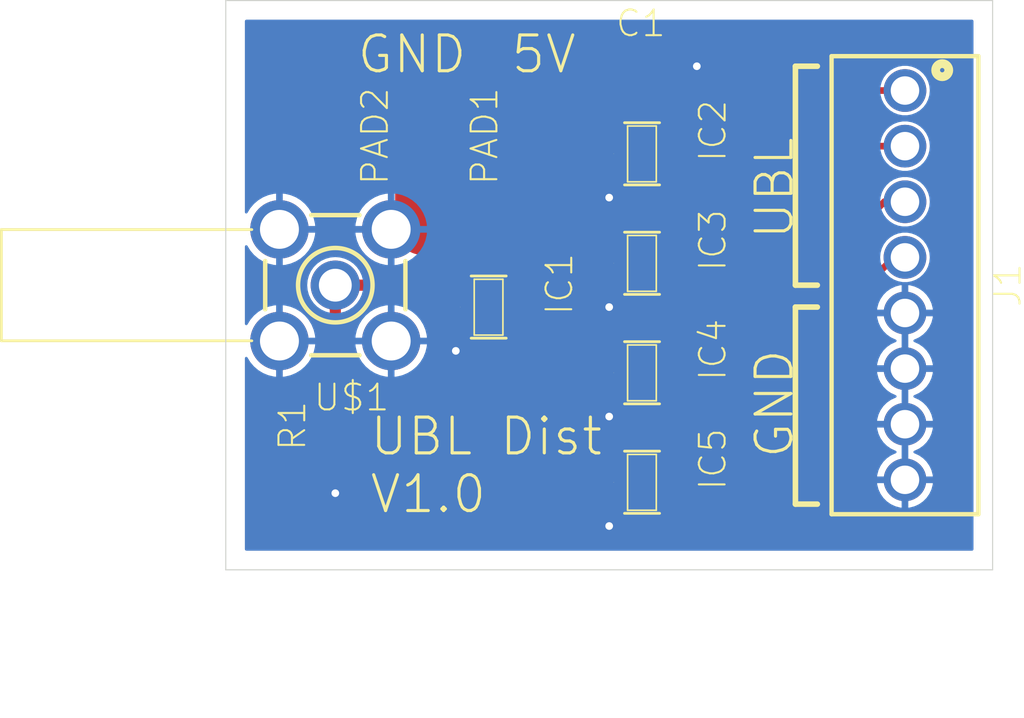
<source format=kicad_pcb>
(kicad_pcb (version 20240108) (generator "pcbnew") (generator_version "8.0")
  (layers (0 "F.Cu" signal) (31 "B.Cu" signal) (34 "B.Paste" user) (35 "F.Paste" user) (36 "B.SilkS" user "B.Silkscreen") (37 "F.SilkS" user "F.Silkscreen") (38 "B.Mask" user) (39 "F.Mask" user) (44 "Edge.Cuts" user))
  (net 0 "")
  (net 1 "GND")
  (net 2 "VCC")
  (net 3 "N$1")
  (net 4 "N$2")
  (net 5 "N$3")
  (net 6 "N$4")
  (net 7 "N$5")
  (net 8 "N$6")
  (footprint "UBL_Distribution_V1p0:SOT23-5_87" (layer "F.Cu") (at 143.0011 106.0036 -90)
    (property "Reference" "IC1" (at -2.54 -2.54 90) (layer "F.SilkS") (effects (font (size 1.176528 1.176528) (thickness 0.093472)) (justify right top)))
    (property "Value" "74LVC1G17DBV")
    (fp_line (start 0 1.29) (end 0 1.3) (stroke (width 0.01)) (layer "F.SilkS"))
    (fp_line (start -1.42 0.8) (end -1.42 -0.8) (stroke (width 0.127)) (layer "F.SilkS"))
    (fp_line (start -1.27 0.66) (end -1.27 -0.65) (stroke (width 0.075)) (layer "F.SilkS"))
    (fp_line (start 1.28 0.66) (end -1.27 0.66) (stroke (width 0.075)) (layer "F.SilkS"))
    (fp_line (start -1.27 -0.65) (end 1.28 -0.65) (stroke (width 0.075)) (layer "F.SilkS"))
    (fp_line (start 1.28 -0.65) (end 1.28 0.66) (stroke (width 0.075)) (layer "F.SilkS"))
    (fp_line (start 1.42 -0.8) (end 1.42 0.8) (stroke (width 0.127)) (layer "F.SilkS"))
    (pad "1" smd rect (at -0.95 1.29 270) (size 0.69 0.99) (layers "F.Cu" "F.Paste" "F.Mask"))
    (pad "2" smd rect (at 0 1.29 270) (size 0.69 0.99) (layers "F.Cu" "F.Paste" "F.Mask") (net 3 "N$1"))
    (pad "3" smd rect (at 0.95 1.29 270) (size 0.69 0.99) (layers "F.Cu" "F.Paste" "F.Mask") (net 1 "GND"))
    (pad "4" smd rect (at 0.95 -1.3 270) (size 0.69 0.99) (layers "F.Cu" "F.Paste" "F.Mask") (net 4 "N$2"))
    (pad "5" smd rect (at -0.95 -1.3 270) (size 0.69 0.99) (layers "F.Cu" "F.Paste" "F.Mask") (net 2 "VCC"))
  )
  (footprint "UBL_Distribution_V1p0:C0805_334" (layer "F.Cu") (at 150.0011 95.0036)
    (property "Reference" "C1" (at -1.27 -1.27 0) (layer "F.SilkS") (effects (font (size 1.176528 1.176528) (thickness 0.093472)) (justify left bottom)))
    (property "Value" "10nF")
    (pad "1" smd rect (at -0.95 0) (size 1.3 1.5) (layers "F.Cu" "F.Paste" "F.Mask") (net 2 "VCC"))
    (pad "2" smd rect (at 0.95 0) (size 1.3 1.5) (layers "F.Cu" "F.Paste" "F.Mask") (net 1 "GND"))
  )
  (footprint "UBL_Distribution_V1p0:SOT23-5_87" (layer "F.Cu") (at 150.0011 104.0036 -90)
    (property "Reference" "IC3" (at -2.54 -2.54 90) (layer "F.SilkS") (effects (font (size 1.176528 1.176528) (thickness 0.093472)) (justify right top)))
    (property "Value" "74LVC1G17DBV")
    (fp_line (start 0 1.29) (end 0 1.3) (stroke (width 0.01)) (layer "F.SilkS"))
    (fp_line (start -1.42 0.8) (end -1.42 -0.8) (stroke (width 0.127)) (layer "F.SilkS"))
    (fp_line (start -1.27 0.66) (end -1.27 -0.65) (stroke (width 0.075)) (layer "F.SilkS"))
    (fp_line (start 1.28 0.66) (end -1.27 0.66) (stroke (width 0.075)) (layer "F.SilkS"))
    (fp_line (start -1.27 -0.65) (end 1.28 -0.65) (stroke (width 0.075)) (layer "F.SilkS"))
    (fp_line (start 1.28 -0.65) (end 1.28 0.66) (stroke (width 0.075)) (layer "F.SilkS"))
    (fp_line (start 1.42 -0.8) (end 1.42 0.8) (stroke (width 0.127)) (layer "F.SilkS"))
    (pad "1" smd rect (at -0.95 1.29 270) (size 0.69 0.99) (layers "F.Cu" "F.Paste" "F.Mask"))
    (pad "2" smd rect (at 0 1.29 270) (size 0.69 0.99) (layers "F.Cu" "F.Paste" "F.Mask") (net 4 "N$2"))
    (pad "3" smd rect (at 0.95 1.29 270) (size 0.69 0.99) (layers "F.Cu" "F.Paste" "F.Mask") (net 1 "GND"))
    (pad "4" smd rect (at 0.95 -1.3 270) (size 0.69 0.99) (layers "F.Cu" "F.Paste" "F.Mask") (net 6 "N$4"))
    (pad "5" smd rect (at -0.95 -1.3 270) (size 0.69 0.99) (layers "F.Cu" "F.Paste" "F.Mask") (net 2 "VCC"))
  )
  (footprint "UBL_Distribution_V1p0:691210910008_16280519" (layer "F.Cu") (at 162.0011 105.0036 -90)
    (property "Reference" "J1" (at 0 -4 90) (layer "F.SilkS") (effects (font (size 1.176528 1.176528) (thickness 0.093472)) (justify top)))
    (property "Value" "Unblank")
    (fp_line (start -10.46 3.35) (end -10.46 -3.35) (stroke (width 0.2)) (layer "F.SilkS"))
    (fp_line (start 10.46 3.35) (end -10.46 3.35) (stroke (width 0.2)) (layer "F.SilkS"))
    (fp_line (start -10.46 -3.35) (end 10.46 -3.35) (stroke (width 0.2)) (layer "F.SilkS"))
    (fp_line (start 10.46 -3.35) (end 10.46 3.35) (stroke (width 0.2)) (layer "F.SilkS"))
    (fp_circle (center -9.82 -1.7) (end -9.72 -1.7) (stroke (width 0.4)) (fill none) (layer "F.SilkS"))
    (pad "1" thru_hole circle (at -8.89 0 270) (size 1.95 1.95) (drill 1.3) (layers "*.Cu" "*.Mask") (net 5 "N$3"))
    (pad "2" thru_hole circle (at -6.35 0 270) (size 1.95 1.95) (drill 1.3) (layers "*.Cu" "*.Mask") (net 6 "N$4"))
    (pad "3" thru_hole circle (at -3.81 0 270) (size 1.95 1.95) (drill 1.3) (layers "*.Cu" "*.Mask") (net 7 "N$5"))
    (pad "4" thru_hole circle (at -1.27 0 270) (size 1.95 1.95) (drill 1.3) (layers "*.Cu" "*.Mask") (net 8 "N$6"))
    (pad "5" thru_hole circle (at 1.27 0 270) (size 1.95 1.95) (drill 1.3) (layers "*.Cu" "*.Mask") (net 1 "GND"))
    (pad "6" thru_hole circle (at 3.81 0 270) (size 1.95 1.95) (drill 1.3) (layers "*.Cu" "*.Mask") (net 1 "GND"))
    (pad "7" thru_hole circle (at 6.35 0 270) (size 1.95 1.95) (drill 1.3) (layers "*.Cu" "*.Mask") (net 1 "GND"))
    (pad "8" thru_hole circle (at 8.89 0 270) (size 1.95 1.95) (drill 1.3) (layers "*.Cu" "*.Mask") (net 1 "GND"))
  )
  (footprint "UBL_Distribution_V1p0:SOT23-5_87" (layer "F.Cu") (at 150.0011 109.0036 -90)
    (property "Reference" "IC4" (at -2.54 -2.54 90) (layer "F.SilkS") (effects (font (size 1.176528 1.176528) (thickness 0.093472)) (justify right top)))
    (property "Value" "74LVC1G17DBV")
    (fp_line (start 0 1.29) (end 0 1.3) (stroke (width 0.01)) (layer "F.SilkS"))
    (fp_line (start -1.42 0.8) (end -1.42 -0.8) (stroke (width 0.127)) (layer "F.SilkS"))
    (fp_line (start -1.27 0.66) (end -1.27 -0.65) (stroke (width 0.075)) (layer "F.SilkS"))
    (fp_line (start 1.28 0.66) (end -1.27 0.66) (stroke (width 0.075)) (layer "F.SilkS"))
    (fp_line (start -1.27 -0.65) (end 1.28 -0.65) (stroke (width 0.075)) (layer "F.SilkS"))
    (fp_line (start 1.28 -0.65) (end 1.28 0.66) (stroke (width 0.075)) (layer "F.SilkS"))
    (fp_line (start 1.42 -0.8) (end 1.42 0.8) (stroke (width 0.127)) (layer "F.SilkS"))
    (pad "1" smd rect (at -0.95 1.29 270) (size 0.69 0.99) (layers "F.Cu" "F.Paste" "F.Mask"))
    (pad "2" smd rect (at 0 1.29 270) (size 0.69 0.99) (layers "F.Cu" "F.Paste" "F.Mask") (net 4 "N$2"))
    (pad "3" smd rect (at 0.95 1.29 270) (size 0.69 0.99) (layers "F.Cu" "F.Paste" "F.Mask") (net 1 "GND"))
    (pad "4" smd rect (at 0.95 -1.3 270) (size 0.69 0.99) (layers "F.Cu" "F.Paste" "F.Mask") (net 7 "N$5"))
    (pad "5" smd rect (at -0.95 -1.3 270) (size 0.69 0.99) (layers "F.Cu" "F.Paste" "F.Mask") (net 2 "VCC"))
  )
  (footprint "UBL_Distribution_V1p0:SMD2,54-5,08_412" (layer "F.Cu") (at 140.0011 98.0036)
    (property "Reference" "PAD2" (at -1.5 2.5 90) (layer "F.SilkS") (effects (font (size 1.176528 1.176528) (thickness 0.093472)) (justify left bottom)))
    (property "Value" "GND")
    (pad "1" smd rect (at 0 0) (size 2.54 5.08) (layers "F.Cu" "F.Paste" "F.Mask") (net 1 "GND"))
  )
  (footprint "UBL_Distribution_V1p0:R0805_334" (layer "F.Cu") (at 136.0011 112.0036 90)
    (property "Reference" "R1" (at -0.635 -1.27 90) (layer "F.SilkS") (effects (font (size 1.176528 1.176528) (thickness 0.093472)) (justify left bottom)))
    (property "Value" "47k")
    (pad "1" smd rect (at -0.95 0 90) (size 1.3 1.5) (layers "F.Cu" "F.Paste" "F.Mask") (net 1 "GND"))
    (pad "2" smd rect (at 0.95 0 90) (size 1.3 1.5) (layers "F.Cu" "F.Paste" "F.Mask") (net 3 "N$1"))
  )
  (footprint "UBL_Distribution_V1p0:SOT23-5_87" (layer "F.Cu") (at 150.0011 114.0036 -90)
    (property "Reference" "IC5" (at -2.54 -2.54 90) (layer "F.SilkS") (effects (font (size 1.176528 1.176528) (thickness 0.093472)) (justify right top)))
    (property "Value" "74LVC1G17DBV")
    (fp_line (start 0 1.29) (end 0 1.3) (stroke (width 0.01)) (layer "F.SilkS"))
    (fp_line (start -1.42 0.8) (end -1.42 -0.8) (stroke (width 0.127)) (layer "F.SilkS"))
    (fp_line (start -1.27 0.66) (end -1.27 -0.65) (stroke (width 0.075)) (layer "F.SilkS"))
    (fp_line (start 1.28 0.66) (end -1.27 0.66) (stroke (width 0.075)) (layer "F.SilkS"))
    (fp_line (start -1.27 -0.65) (end 1.28 -0.65) (stroke (width 0.075)) (layer "F.SilkS"))
    (fp_line (start 1.28 -0.65) (end 1.28 0.66) (stroke (width 0.075)) (layer "F.SilkS"))
    (fp_line (start 1.42 -0.8) (end 1.42 0.8) (stroke (width 0.127)) (layer "F.SilkS"))
    (pad "1" smd rect (at -0.95 1.29 270) (size 0.69 0.99) (layers "F.Cu" "F.Paste" "F.Mask"))
    (pad "2" smd rect (at 0 1.29 270) (size 0.69 0.99) (layers "F.Cu" "F.Paste" "F.Mask") (net 4 "N$2"))
    (pad "3" smd rect (at 0.95 1.29 270) (size 0.69 0.99) (layers "F.Cu" "F.Paste" "F.Mask") (net 1 "GND"))
    (pad "4" smd rect (at 0.95 -1.3 270) (size 0.69 0.99) (layers "F.Cu" "F.Paste" "F.Mask") (net 8 "N$6"))
    (pad "5" smd rect (at -0.95 -1.3 270) (size 0.69 0.99) (layers "F.Cu" "F.Paste" "F.Mask") (net 2 "VCC"))
  )
  (footprint "UBL_Distribution_V1p0:SMD2,54-5,08_412" (layer "F.Cu") (at 145.0011 98.0036)
    (property "Reference" "PAD1" (at -1.5 2.5 90) (layer "F.SilkS") (effects (font (size 1.176528 1.176528) (thickness 0.093472)) (justify left bottom)))
    (property "Value" "5V")
    (pad "1" smd rect (at 0 0) (size 2.54 5.08) (layers "F.Cu" "F.Paste" "F.Mask") (net 2 "VCC"))
  )
  (footprint "UBL_Distribution_V1p0:SOT23-5_87" (layer "F.Cu") (at 150.0011 99.0036 -90)
    (property "Reference" "IC2" (at -2.54 -2.54 90) (layer "F.SilkS") (effects (font (size 1.176528 1.176528) (thickness 0.093472)) (justify right top)))
    (property "Value" "74LVC1G17DBV")
    (fp_line (start 0 1.29) (end 0 1.3) (stroke (width 0.01)) (layer "F.SilkS"))
    (fp_line (start -1.42 0.8) (end -1.42 -0.8) (stroke (width 0.127)) (layer "F.SilkS"))
    (fp_line (start -1.27 0.66) (end -1.27 -0.65) (stroke (width 0.075)) (layer "F.SilkS"))
    (fp_line (start 1.28 0.66) (end -1.27 0.66) (stroke (width 0.075)) (layer "F.SilkS"))
    (fp_line (start -1.27 -0.65) (end 1.28 -0.65) (stroke (width 0.075)) (layer "F.SilkS"))
    (fp_line (start 1.28 -0.65) (end 1.28 0.66) (stroke (width 0.075)) (layer "F.SilkS"))
    (fp_line (start 1.42 -0.8) (end 1.42 0.8) (stroke (width 0.127)) (layer "F.SilkS"))
    (pad "1" smd rect (at -0.95 1.29 270) (size 0.69 0.99) (layers "F.Cu" "F.Paste" "F.Mask"))
    (pad "2" smd rect (at 0 1.29 270) (size 0.69 0.99) (layers "F.Cu" "F.Paste" "F.Mask") (net 4 "N$2"))
    (pad "3" smd rect (at 0.95 1.29 270) (size 0.69 0.99) (layers "F.Cu" "F.Paste" "F.Mask") (net 1 "GND"))
    (pad "4" smd rect (at 0.95 -1.3 270) (size 0.69 0.99) (layers "F.Cu" "F.Paste" "F.Mask") (net 5 "N$3"))
    (pad "5" smd rect (at -0.95 -1.3 270) (size 0.69 0.99) (layers "F.Cu" "F.Paste" "F.Mask") (net 2 "VCC"))
  )
  (footprint "UBL_Distribution_V1p0:BU-SMA-H" (layer "F.Cu") (at 136.0011 105.0036 180)
    (property "Reference" "U$1" (at -2.54 -4.445 0) (layer "F.SilkS") (effects (font (size 1.176528 1.176528) (thickness 0.093472)) (justify right top)))
    (property "Value" "SMA_CON-H")
    (fp_line (start 15.24 2.54) (end 3.81 2.54) (stroke (width 0.127)) (layer "F.SilkS"))
    (fp_line (start 15.24 -2.54) (end 15.24 2.54) (stroke (width 0.127)) (layer "F.SilkS"))
    (fp_line (start 3.81 -2.54) (end 15.24 -2.54) (stroke (width 0.127)) (layer "F.SilkS"))
    (fp_line (start 3.2 -1.1) (end 3.2 1.1) (stroke (width 0.2032)) (layer "F.SilkS"))
    (fp_line (start 1.1 3.2) (end -1.1 3.2) (stroke (width 0.2032)) (layer "F.SilkS"))
    (fp_line (start -1.1 -3.2) (end 1.1 -3.2) (stroke (width 0.2032)) (layer "F.SilkS"))
    (fp_line (start -3.2 1.1) (end -3.2 -1.1) (stroke (width 0.2032)) (layer "F.SilkS"))
    (fp_circle (center 0 0) (end 1.7 0) (stroke (width 0.2032)) (fill none) (layer "F.SilkS"))
    (pad "1" thru_hole circle (at 0 0 180) (size 2.25 2.25) (drill 1.5) (layers "*.Cu" "*.Mask") (net 3 "N$1"))
    (pad "2" thru_hole circle (at -2.5499 -2.5499 180) (size 2.667 2.667) (drill 1.778) (layers "*.Cu" "*.Mask") (net 1 "GND"))
    (pad "3" thru_hole circle (at 2.5499 -2.5499 180) (size 2.667 2.667) (drill 1.778) (layers "*.Cu" "*.Mask") (net 1 "GND"))
    (pad "4" thru_hole circle (at 2.5499 2.5499 180) (size 2.667 2.667) (drill 1.778) (layers "*.Cu" "*.Mask") (net 1 "GND"))
    (pad "5" thru_hole circle (at -2.5499 2.5499 180) (size 2.667 2.667) (drill 1.778) (layers "*.Cu" "*.Mask") (net 1 "GND"))
  )
  (gr_line (start 157.0011 95.0036) (end 157.0011 105.0036) (stroke (width 0.254)) (layer "F.SilkS"))
  (gr_line (start 158.0011 106.0036) (end 157.0011 106.0036) (stroke (width 0.254)) (layer "F.SilkS"))
  (gr_line (start 158.0011 95.0036) (end 157.0011 95.0036) (stroke (width 0.254)) (layer "F.SilkS"))
  (gr_line (start 157.0011 115.0036) (end 158.0011 115.0036) (stroke (width 0.254)) (layer "F.SilkS"))
  (gr_line (start 157.0011 105.0036) (end 158.0011 105.0036) (stroke (width 0.254)) (layer "F.SilkS"))
  (gr_line (start 157.0011 106.0036) (end 157.0011 115.0036) (stroke (width 0.254)) (layer "F.SilkS"))
  (gr_line (start 131.0011 118.0036) (end 166.0011 118.0036) (stroke (width 0.05)) (layer "Edge.Cuts"))
  (gr_line (start 166.0011 118.0036) (end 166.0011 92.0036) (stroke (width 0.05)) (layer "Edge.Cuts"))
  (gr_line (start 166.0011 92.0036) (end 131.0011 92.0036) (stroke (width 0.05)) (layer "Edge.Cuts"))
  (gr_line (start 131.0011 92.0036) (end 131.0011 118.0036) (stroke (width 0.05)) (layer "Edge.Cuts"))
  (gr_text "GND" (at 136.916359 95.416702 0) (layer "F.SilkS") (effects (font (size 1.63576 1.63576) (thickness 0.14224)) (justify left bottom)))
  (gr_text "UBL" (at 157.0011 103.0036 90) (layer "F.SilkS") (effects (font (size 1.63576 1.63576) (thickness 0.14224)) (justify left bottom)))
  (gr_text "UBL Dist\nV1.0" (at 137.5011 115.5036 0) (layer "F.SilkS") (effects (font (size 1.63576 1.63576) (thickness 0.14224)) (justify left bottom)))
  (gr_text "5V" (at 143.941585 95.416702 0) (layer "F.SilkS") (effects (font (size 1.63576 1.63576) (thickness 0.14224)) (justify left bottom)))
  (gr_text "GND" (at 157.0011 113.0036 90) (layer "F.SilkS") (effects (font (size 1.63576 1.63576) (thickness 0.14224)) (justify left bottom)))
  (segment (start 150.9511 95.0036) (end 152.5011 95.0036) (width 0.508) (layer "F.Cu") (net 1))
  (segment (start 148.7111 106.0036) (end 148.5011 106.0036) (width 0.508) (layer "F.Cu") (net 1))
  (segment (start 140.0011 98.0036) (end 140.0011 102.3546) (width 2.54) (layer "F.Cu") (net 1))
  (segment (start 148.7111 109.9536) (end 148.7111 111.0036) (width 0.508) (layer "F.Cu") (net 1))
  (segment (start 148.7111 104.9536) (end 148.7111 106.0036) (width 0.508) (layer "F.Cu") (net 1))
  (segment (start 148.7111 114.9536) (end 148.7111 116.0036) (width 0.508) (layer "F.Cu") (net 1))
  (segment (start 148.7111 111.0036) (end 148.5011 111.0036) (width 0.508) (layer "F.Cu") (net 1))
  (segment (start 148.7111 101.0036) (end 148.5011 101.0036) (width 0.508) (layer "F.Cu") (net 1))
  (segment (start 141.7111 108.0036) (end 141.5011 108.0036) (width 0.508) (layer "F.Cu") (net 1))
  (segment (start 140.0011 102.3546) (end 140.0011 102.4537) (width 1) (layer "F.Cu") (net 1))
  (segment (start 141.7111 106.9536) (end 141.7111 108.0036) (width 0.508) (layer "F.Cu") (net 1))
  (segment (start 140.0011 102.4537) (end 138.551 102.4537) (width 1) (layer "F.Cu") (net 1))
  (segment (start 136.0011 112.9536) (end 136.0011 114.5036) (width 0.508) (layer "F.Cu") (net 1))
  (segment (start 148.7111 116.0036) (end 148.5011 116.0036) (width 0.508) (layer "F.Cu") (net 1))
  (segment (start 148.7111 99.9536) (end 148.7111 101.0036) (width 0.508) (layer "F.Cu") (net 1))
  (via (at 136.0011 114.5036) (size 0.7564) (drill 0.35) (layers "F.Cu" "B.Cu") (net 1))
  (via (at 152.5011 95.0036) (size 0.7564) (drill 0.35) (layers "F.Cu" "B.Cu") (net 1))
  (via (at 141.5011 108.0036) (size 0.7564) (drill 0.35) (layers "F.Cu" "B.Cu") (net 1))
  (via (at 148.5011 106.0036) (size 0.7564) (drill 0.35) (layers "F.Cu" "B.Cu") (net 1))
  (via (at 148.5011 101.0036) (size 0.7564) (drill 0.35) (layers "F.Cu" "B.Cu") (net 1))
  (via (at 148.5011 111.0036) (size 0.7564) (drill 0.35) (layers "F.Cu" "B.Cu") (net 1))
  (via (at 148.5011 116.0036) (size 0.7564) (drill 0.35) (layers "F.Cu" "B.Cu") (net 1))
  (segment (start 150.0511 103.0536) (end 150.0011 103.0036) (width 0.3048) (layer "F.Cu") (net 2))
  (segment (start 145.0011 98.0036) (end 145.0011 97.0036) (width 1.27) (layer "F.Cu") (net 2))
  (segment (start 150.0511 113.0536) (end 150.0011 113.0036) (width 0.3048) (layer "F.Cu") (net 2))
  (segment (start 149.0511 96.0536) (end 150.0011 97.0036) (width 1) (layer "F.Cu") (net 2))
  (segment (start 149.0511 95.0036) (end 149.0511 96.0536) (width 1) (layer "F.Cu") (net 2))
  (segment (start 150.0011 108.0036) (end 150.0011 113.0036) (width 1) (layer "F.Cu") (net 2))
  (segment (start 147.0011 95.0036) (end 145.0011 97.0036) (width 1.27) (layer "F.Cu") (net 2))
  (segment (start 147.0011 95.0036) (end 149.0511 95.0036) (width 1.27) (layer "F.Cu") (net 2))
  (segment (start 150.0011 98.0036) (end 150.0011 103.0036) (width 1) (layer "F.Cu") (net 2))
  (segment (start 151.3011 98.0536) (end 150.0511 98.0536) (width 0.3048) (layer "F.Cu") (net 2))
  (segment (start 150.0511 108.0536) (end 150.0011 108.0036) (width 0.3048) (layer "F.Cu") (net 2))
  (segment (start 151.3011 103.0536) (end 150.0511 103.0536) (width 0.3048) (layer "F.Cu") (net 2))
  (segment (start 145.0011 98.0036) (end 144.3011 98.7036) (width 0.3048) (layer "F.Cu") (net 2))
  (segment (start 151.3011 113.0536) (end 150.0511 113.0536) (width 0.3048) (layer "F.Cu") (net 2))
  (segment (start 151.3011 108.0536) (end 150.0511 108.0536) (width 0.3048) (layer "F.Cu") (net 2))
  (segment (start 144.3011 98.7036) (end 144.3011 105.0536) (width 0.508) (layer "F.Cu") (net 2))
  (segment (start 150.0511 98.0536) (end 150.0011 98.0036) (width 0.3048) (layer "F.Cu") (net 2))
  (segment (start 150.0011 103.0036) (end 150.0011 108.0036) (width 1) (layer "F.Cu") (net 2))
  (segment (start 150.0011 97.0036) (end 150.0011 98.0036) (width 1) (layer "F.Cu") (net 2))
  (segment (start 141.0011 106.0036) (end 141.7111 106.0036) (width 0.508) (layer "F.Cu") (net 3))
  (segment (start 136.0011 105.0036) (end 140.0011 105.0036) (width 0.508) (layer "F.Cu") (net 3))
  (segment (start 136.0011 105.0036) (end 136.0011 111.0536) (width 0.508) (layer "F.Cu") (net 3))
  (segment (start 140.0011 105.0036) (end 141.0011 106.0036) (width 0.508) (layer "F.Cu") (net 3))
  (segment (start 147.0011 107.0036) (end 147.0011 104.0036) (width 0.3048) (layer "F.Cu") (net 4))
  (segment (start 147.0011 109.0036) (end 147.0011 113.0036) (width 0.3048) (layer "F.Cu") (net 4))
  (segment (start 147.0011 100.0036) (end 148.0011 99.0036) (width 0.3048) (layer "F.Cu") (net 4))
  (segment (start 147.0011 113.0036) (end 148.0011 114.0036) (width 0.3048) (layer "F.Cu") (net 4))
  (segment (start 144.3011 106.9536) (end 144.3511 107.0036) (width 0.3048) (layer "F.Cu") (net 4))
  (segment (start 144.3511 107.0036) (end 147.0011 107.0036) (width 0.3048) (layer "F.Cu") (net 4))
  (segment (start 148.7111 109.0036) (end 147.0011 109.0036) (width 0.3048) (layer "F.Cu") (net 4))
  (segment (start 148.0011 99.0036) (end 148.7111 99.0036) (width 0.3048) (layer "F.Cu") (net 4))
  (segment (start 148.7111 104.0036) (end 147.0011 104.0036) (width 0.3048) (layer "F.Cu") (net 4))
  (segment (start 148.0011 114.0036) (end 148.7111 114.0036) (width 0.3048) (layer "F.Cu") (net 4))
  (segment (start 147.0011 107.0036) (end 147.0011 109.0036) (width 0.3048) (layer "F.Cu") (net 4))
  (segment (start 147.0011 104.0036) (end 147.0011 100.0036) (width 0.3048) (layer "F.Cu") (net 4))
  (segment (start 159.0011 96.1136) (end 155.1611 99.9536) (width 0.3048) (layer "F.Cu") (net 5))
  (segment (start 151.3011 99.9536) (end 155.1611 99.9536) (width 0.3048) (layer "F.Cu") (net 5))
  (segment (start 162.0011 96.1136) (end 159.0011 96.1136) (width 0.3048) (layer "F.Cu") (net 5))
  (segment (start 160.0011 98.6536) (end 162.0011 98.6536) (width 0.3048) (layer "F.Cu") (net 6))
  (segment (start 160.0011 98.6536) (end 153.7011 104.9536) (width 0.3048) (layer "F.Cu") (net 6))
  (segment (start 151.3011 104.9536) (end 153.7011 104.9536) (width 0.3048) (layer "F.Cu") (net 6))
  (segment (start 152.3011 109.9536) (end 151.3011 109.9536) (width 0.3048) (layer "F.Cu") (net 7))
  (segment (start 161.0611 101.1936) (end 152.3011 109.9536) (width 0.3048) (layer "F.Cu") (net 7))
  (segment (start 162.0011 101.1936) (end 161.0611 101.1936) (width 0.3048) (layer "F.Cu") (net 7))
  (segment (start 162.0011 103.7336) (end 161.5011 103.7336) (width 0.3048) (layer "F.Cu") (net 8))
  (segment (start 151.3011 114.9536) (end 152.3011 114.9536) (width 0.3048) (layer "F.Cu") (net 8))
  (segment (start 152.5011 114.7536) (end 152.5011 112.7336) (width 0.3048) (layer "F.Cu") (net 8))
  (segment (start 161.5011 103.7336) (end 152.5011 112.7336) (width 0.3048) (layer "F.Cu") (net 8))
  (segment (start 152.5011 114.7536) (end 152.3011 114.9536) (width 0.3048) (layer "F.Cu") (net 8))
  (zone (net 1) (net_name "GND") (layer "B.Cu") (priority 6) (connect_pads (clearance 0.000001)) (min_thickness 0.127) (fill yes (thermal_gap 0.304) (thermal_bridge_width 0.304))
    (polygon (pts (xy 165.1281 117.1306) (xy 131.8741 117.1306) (xy 131.8741 92.8766) (xy 165.1281 92.8766)))
  )
)
</source>
